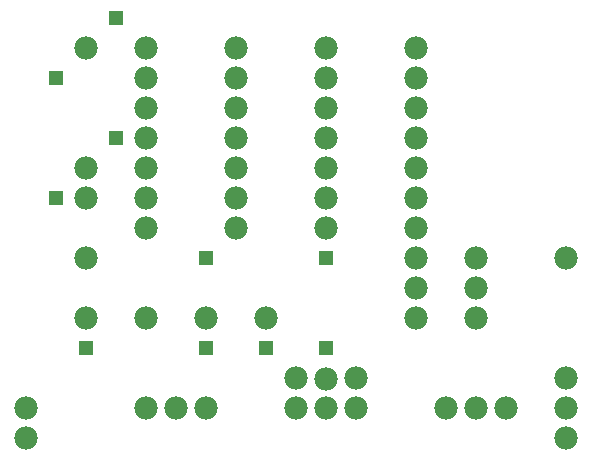
<source format=gts>
G75*
%MOIN*%
%OFA0B0*%
%FSLAX25Y25*%
%IPPOS*%
%LPD*%
%AMOC8*
5,1,8,0,0,1.08239X$1,22.5*
%
%ADD10C,0.07800*%
%ADD11R,0.04762X0.04762*%
D10*
X0033919Y0030337D03*
X0033919Y0040337D03*
X0053919Y0070337D03*
X0073919Y0070337D03*
X0093919Y0070337D03*
X0113919Y0070337D03*
X0123919Y0050337D03*
X0133919Y0050022D03*
X0143919Y0050337D03*
X0143919Y0040337D03*
X0133919Y0040337D03*
X0123919Y0040337D03*
X0093919Y0040337D03*
X0083919Y0040337D03*
X0073919Y0040337D03*
X0053919Y0090337D03*
X0073919Y0100337D03*
X0073919Y0110337D03*
X0073919Y0120337D03*
X0073919Y0130337D03*
X0073919Y0140337D03*
X0073919Y0150337D03*
X0073919Y0160337D03*
X0053919Y0160337D03*
X0103919Y0160337D03*
X0103919Y0150337D03*
X0103919Y0140337D03*
X0103919Y0130337D03*
X0103919Y0120337D03*
X0103919Y0110337D03*
X0103919Y0100337D03*
X0133919Y0100337D03*
X0133919Y0110337D03*
X0133919Y0120337D03*
X0133919Y0130337D03*
X0133919Y0140337D03*
X0133919Y0150337D03*
X0133919Y0160337D03*
X0163919Y0160337D03*
X0163919Y0150337D03*
X0163919Y0140337D03*
X0163919Y0130337D03*
X0163919Y0120337D03*
X0163919Y0110337D03*
X0163919Y0100337D03*
X0163919Y0090337D03*
X0163919Y0080337D03*
X0163919Y0070337D03*
X0183919Y0070337D03*
X0183919Y0080337D03*
X0183919Y0090337D03*
X0213919Y0090337D03*
X0213919Y0050337D03*
X0213919Y0040337D03*
X0213919Y0030337D03*
X0193919Y0040337D03*
X0183919Y0040337D03*
X0173919Y0040337D03*
X0053919Y0110337D03*
X0053919Y0120337D03*
D11*
X0043919Y0110337D03*
X0063919Y0130337D03*
X0043919Y0150337D03*
X0063919Y0170337D03*
X0093919Y0090337D03*
X0093919Y0060337D03*
X0113919Y0060337D03*
X0133919Y0060337D03*
X0133919Y0090337D03*
X0053919Y0060337D03*
M02*

</source>
